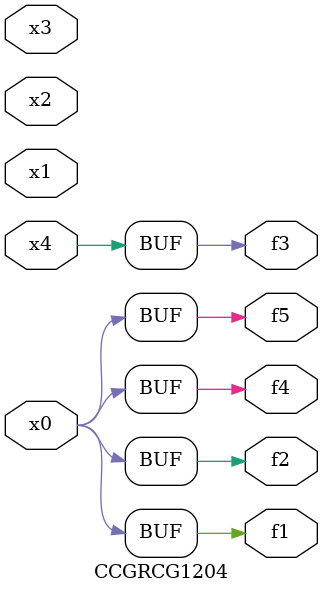
<source format=v>
module CCGRCG1204(
	input x0, x1, x2, x3, x4,
	output f1, f2, f3, f4, f5
);
	assign f1 = x0;
	assign f2 = x0;
	assign f3 = x4;
	assign f4 = x0;
	assign f5 = x0;
endmodule

</source>
